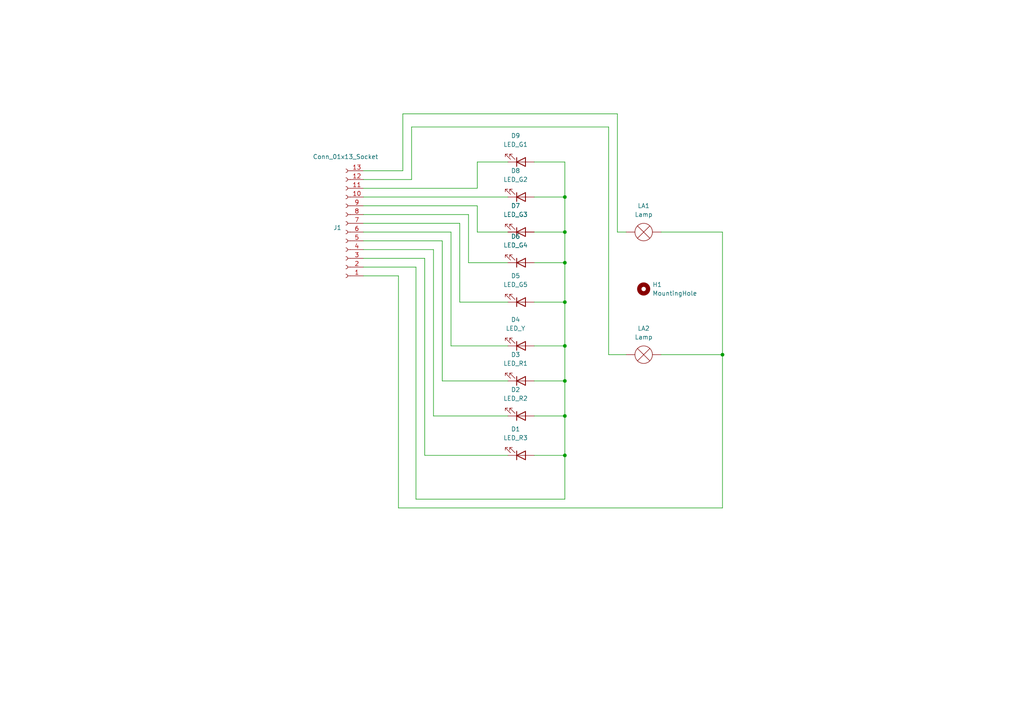
<source format=kicad_sch>
(kicad_sch
	(version 20231120)
	(generator "eeschema")
	(generator_version "8.0")
	(uuid "28701a9c-d23d-46df-8581-995298ac6e43")
	(paper "A4")
	(lib_symbols
		(symbol "Connector:Conn_01x13_Socket"
			(pin_names
				(offset 1.016) hide)
			(exclude_from_sim no)
			(in_bom yes)
			(on_board yes)
			(property "Reference" "J1"
				(at 1.27 1.2701 0)
				(effects
					(font
						(size 1.27 1.27)
					)
					(justify left)
				)
			)
			(property "Value" "Conn_01x13_Socket"
				(at -9.398 -19.304 0)
				(effects
					(font
						(size 1.27 1.27)
					)
					(justify left)
				)
			)
			(property "Footprint" "Connector_PinSocket_2.54mm:PinSocket_1x13_P2.54mm_Horizontal"
				(at -5.588 22.86 0)
				(effects
					(font
						(size 1.27 1.27)
					)
					(hide yes)
				)
			)
			(property "Datasheet" "~"
				(at 0 0 0)
				(effects
					(font
						(size 1.27 1.27)
					)
					(hide yes)
				)
			)
			(property "Description" "Generic connector, single row, 01x13, script generated"
				(at -4.572 20.066 0)
				(effects
					(font
						(size 1.27 1.27)
					)
					(hide yes)
				)
			)
			(property "ki_locked" ""
				(at 0 0 0)
				(effects
					(font
						(size 1.27 1.27)
					)
				)
			)
			(property "ki_keywords" "connector"
				(at 0 0 0)
				(effects
					(font
						(size 1.27 1.27)
					)
					(hide yes)
				)
			)
			(property "ki_fp_filters" "Connector*:*_1x??_*"
				(at 0 0 0)
				(effects
					(font
						(size 1.27 1.27)
					)
					(hide yes)
				)
			)
			(symbol "Conn_01x13_Socket_1_1"
				(arc
					(start 0 -14.732)
					(mid -0.5058 -15.24)
					(end 0 -15.748)
					(stroke
						(width 0.1524)
						(type default)
					)
					(fill
						(type none)
					)
				)
				(arc
					(start 0 -12.192)
					(mid -0.5058 -12.7)
					(end 0 -13.208)
					(stroke
						(width 0.1524)
						(type default)
					)
					(fill
						(type none)
					)
				)
				(arc
					(start 0 -9.652)
					(mid -0.5058 -10.16)
					(end 0 -10.668)
					(stroke
						(width 0.1524)
						(type default)
					)
					(fill
						(type none)
					)
				)
				(arc
					(start 0 -7.112)
					(mid -0.5058 -7.62)
					(end 0 -8.128)
					(stroke
						(width 0.1524)
						(type default)
					)
					(fill
						(type none)
					)
				)
				(arc
					(start 0 -4.572)
					(mid -0.5058 -5.08)
					(end 0 -5.588)
					(stroke
						(width 0.1524)
						(type default)
					)
					(fill
						(type none)
					)
				)
				(arc
					(start 0 -2.032)
					(mid -0.5058 -2.54)
					(end 0 -3.048)
					(stroke
						(width 0.1524)
						(type default)
					)
					(fill
						(type none)
					)
				)
				(polyline
					(pts
						(xy -1.27 -15.24) (xy -0.508 -15.24)
					)
					(stroke
						(width 0.1524)
						(type default)
					)
					(fill
						(type none)
					)
				)
				(polyline
					(pts
						(xy -1.27 -12.7) (xy -0.508 -12.7)
					)
					(stroke
						(width 0.1524)
						(type default)
					)
					(fill
						(type none)
					)
				)
				(polyline
					(pts
						(xy -1.27 -10.16) (xy -0.508 -10.16)
					)
					(stroke
						(width 0.1524)
						(type default)
					)
					(fill
						(type none)
					)
				)
				(polyline
					(pts
						(xy -1.27 -7.62) (xy -0.508 -7.62)
					)
					(stroke
						(width 0.1524)
						(type default)
					)
					(fill
						(type none)
					)
				)
				(polyline
					(pts
						(xy -1.27 -5.08) (xy -0.508 -5.08)
					)
					(stroke
						(width 0.1524)
						(type default)
					)
					(fill
						(type none)
					)
				)
				(polyline
					(pts
						(xy -1.27 -2.54) (xy -0.508 -2.54)
					)
					(stroke
						(width 0.1524)
						(type default)
					)
					(fill
						(type none)
					)
				)
				(polyline
					(pts
						(xy -1.27 0) (xy -0.508 0)
					)
					(stroke
						(width 0.1524)
						(type default)
					)
					(fill
						(type none)
					)
				)
				(polyline
					(pts
						(xy -1.27 2.54) (xy -0.508 2.54)
					)
					(stroke
						(width 0.1524)
						(type default)
					)
					(fill
						(type none)
					)
				)
				(polyline
					(pts
						(xy -1.27 5.08) (xy -0.508 5.08)
					)
					(stroke
						(width 0.1524)
						(type default)
					)
					(fill
						(type none)
					)
				)
				(polyline
					(pts
						(xy -1.27 7.62) (xy -0.508 7.62)
					)
					(stroke
						(width 0.1524)
						(type default)
					)
					(fill
						(type none)
					)
				)
				(polyline
					(pts
						(xy -1.27 10.16) (xy -0.508 10.16)
					)
					(stroke
						(width 0.1524)
						(type default)
					)
					(fill
						(type none)
					)
				)
				(polyline
					(pts
						(xy -1.27 12.7) (xy -0.508 12.7)
					)
					(stroke
						(width 0.1524)
						(type default)
					)
					(fill
						(type none)
					)
				)
				(polyline
					(pts
						(xy -1.27 15.24) (xy -0.508 15.24)
					)
					(stroke
						(width 0.1524)
						(type default)
					)
					(fill
						(type none)
					)
				)
				(arc
					(start 0 0.508)
					(mid -0.5058 0)
					(end 0 -0.508)
					(stroke
						(width 0.1524)
						(type default)
					)
					(fill
						(type none)
					)
				)
				(arc
					(start 0 3.048)
					(mid -0.5058 2.54)
					(end 0 2.032)
					(stroke
						(width 0.1524)
						(type default)
					)
					(fill
						(type none)
					)
				)
				(arc
					(start 0 5.588)
					(mid -0.5058 5.08)
					(end 0 4.572)
					(stroke
						(width 0.1524)
						(type default)
					)
					(fill
						(type none)
					)
				)
				(arc
					(start 0 8.128)
					(mid -0.5058 7.62)
					(end 0 7.112)
					(stroke
						(width 0.1524)
						(type default)
					)
					(fill
						(type none)
					)
				)
				(arc
					(start 0 10.668)
					(mid -0.5058 10.16)
					(end 0 9.652)
					(stroke
						(width 0.1524)
						(type default)
					)
					(fill
						(type none)
					)
				)
				(arc
					(start 0 13.208)
					(mid -0.5058 12.7)
					(end 0 12.192)
					(stroke
						(width 0.1524)
						(type default)
					)
					(fill
						(type none)
					)
				)
				(arc
					(start 0 15.748)
					(mid -0.5058 15.24)
					(end 0 14.732)
					(stroke
						(width 0.1524)
						(type default)
					)
					(fill
						(type none)
					)
				)
				(pin passive line
					(at -5.08 15.24 0)
					(length 3.81)
					(name "GND_BULB"
						(effects
							(font
								(size 1.27 1.27)
							)
						)
					)
					(number "1"
						(effects
							(font
								(size 1.27 1.27)
							)
						)
					)
				)
				(pin passive line
					(at -5.08 -7.62 0)
					(length 3.81)
					(name "LED_G2"
						(effects
							(font
								(size 1.27 1.27)
							)
						)
					)
					(number "10"
						(effects
							(font
								(size 1.27 1.27)
							)
						)
					)
				)
				(pin passive line
					(at -5.08 -10.16 0)
					(length 3.81)
					(name "LED_G1"
						(effects
							(font
								(size 1.27 1.27)
							)
						)
					)
					(number "11"
						(effects
							(font
								(size 1.27 1.27)
							)
						)
					)
				)
				(pin passive line
					(at -5.08 -12.7 0)
					(length 3.81)
					(name "BULB_INSPECTION"
						(effects
							(font
								(size 1.27 1.27)
							)
						)
					)
					(number "12"
						(effects
							(font
								(size 1.27 1.27)
							)
						)
					)
				)
				(pin passive line
					(at -5.08 -15.24 0)
					(length 3.81)
					(name "BULB_OILSERVICE"
						(effects
							(font
								(size 1.27 1.27)
							)
						)
					)
					(number "13"
						(effects
							(font
								(size 1.27 1.27)
							)
						)
					)
				)
				(pin passive line
					(at -5.08 12.7 0)
					(length 3.81)
					(name "GND_LED"
						(effects
							(font
								(size 1.27 1.27)
							)
						)
					)
					(number "2"
						(effects
							(font
								(size 1.27 1.27)
							)
						)
					)
				)
				(pin passive line
					(at -5.08 10.16 0)
					(length 3.81)
					(name "LED_R3"
						(effects
							(font
								(size 1.27 1.27)
							)
						)
					)
					(number "3"
						(effects
							(font
								(size 1.27 1.27)
							)
						)
					)
				)
				(pin passive line
					(at -5.08 7.62 0)
					(length 3.81)
					(name "LED_R2"
						(effects
							(font
								(size 1.27 1.27)
							)
						)
					)
					(number "4"
						(effects
							(font
								(size 1.27 1.27)
							)
						)
					)
				)
				(pin passive line
					(at -5.08 5.08 0)
					(length 3.81)
					(name "LED_R1"
						(effects
							(font
								(size 1.27 1.27)
							)
						)
					)
					(number "5"
						(effects
							(font
								(size 1.27 1.27)
							)
						)
					)
				)
				(pin passive line
					(at -5.08 2.54 0)
					(length 3.81)
					(name "LED_Y"
						(effects
							(font
								(size 1.27 1.27)
							)
						)
					)
					(number "6"
						(effects
							(font
								(size 1.27 1.27)
							)
						)
					)
				)
				(pin passive line
					(at -5.08 0 0)
					(length 3.81)
					(name "LED_G5"
						(effects
							(font
								(size 1.27 1.27)
							)
						)
					)
					(number "7"
						(effects
							(font
								(size 1.27 1.27)
							)
						)
					)
				)
				(pin passive line
					(at -5.08 -2.54 0)
					(length 3.81)
					(name "LED_G4"
						(effects
							(font
								(size 1.27 1.27)
							)
						)
					)
					(number "8"
						(effects
							(font
								(size 1.27 1.27)
							)
						)
					)
				)
				(pin passive line
					(at -5.08 -5.08 0)
					(length 3.81)
					(name "LED_G3"
						(effects
							(font
								(size 1.27 1.27)
							)
						)
					)
					(number "9"
						(effects
							(font
								(size 1.27 1.27)
							)
						)
					)
				)
			)
		)
		(symbol "Device:LED"
			(pin_numbers hide)
			(pin_names
				(offset 1.016) hide)
			(exclude_from_sim no)
			(in_bom yes)
			(on_board yes)
			(property "Reference" "D"
				(at 0 2.54 0)
				(effects
					(font
						(size 1.27 1.27)
					)
				)
			)
			(property "Value" "LED"
				(at 0 -2.54 0)
				(effects
					(font
						(size 1.27 1.27)
					)
				)
			)
			(property "Footprint" ""
				(at 0 0 0)
				(effects
					(font
						(size 1.27 1.27)
					)
					(hide yes)
				)
			)
			(property "Datasheet" "~"
				(at 0 0 0)
				(effects
					(font
						(size 1.27 1.27)
					)
					(hide yes)
				)
			)
			(property "Description" "Light emitting diode"
				(at 0 0 0)
				(effects
					(font
						(size 1.27 1.27)
					)
					(hide yes)
				)
			)
			(property "ki_keywords" "LED diode"
				(at 0 0 0)
				(effects
					(font
						(size 1.27 1.27)
					)
					(hide yes)
				)
			)
			(property "ki_fp_filters" "LED* LED_SMD:* LED_THT:*"
				(at 0 0 0)
				(effects
					(font
						(size 1.27 1.27)
					)
					(hide yes)
				)
			)
			(symbol "LED_0_1"
				(polyline
					(pts
						(xy -1.27 -1.27) (xy -1.27 1.27)
					)
					(stroke
						(width 0.254)
						(type default)
					)
					(fill
						(type none)
					)
				)
				(polyline
					(pts
						(xy -1.27 0) (xy 1.27 0)
					)
					(stroke
						(width 0)
						(type default)
					)
					(fill
						(type none)
					)
				)
				(polyline
					(pts
						(xy 1.27 -1.27) (xy 1.27 1.27) (xy -1.27 0) (xy 1.27 -1.27)
					)
					(stroke
						(width 0.254)
						(type default)
					)
					(fill
						(type none)
					)
				)
				(polyline
					(pts
						(xy -3.048 -0.762) (xy -4.572 -2.286) (xy -3.81 -2.286) (xy -4.572 -2.286) (xy -4.572 -1.524)
					)
					(stroke
						(width 0)
						(type default)
					)
					(fill
						(type none)
					)
				)
				(polyline
					(pts
						(xy -1.778 -0.762) (xy -3.302 -2.286) (xy -2.54 -2.286) (xy -3.302 -2.286) (xy -3.302 -1.524)
					)
					(stroke
						(width 0)
						(type default)
					)
					(fill
						(type none)
					)
				)
			)
			(symbol "LED_1_1"
				(pin passive line
					(at -3.81 0 0)
					(length 2.54)
					(name "K"
						(effects
							(font
								(size 1.27 1.27)
							)
						)
					)
					(number "1"
						(effects
							(font
								(size 1.27 1.27)
							)
						)
					)
				)
				(pin passive line
					(at 3.81 0 180)
					(length 2.54)
					(name "A"
						(effects
							(font
								(size 1.27 1.27)
							)
						)
					)
					(number "2"
						(effects
							(font
								(size 1.27 1.27)
							)
						)
					)
				)
			)
		)
		(symbol "Device:Lamp"
			(pin_numbers hide)
			(pin_names
				(offset 0.0254) hide)
			(exclude_from_sim no)
			(in_bom yes)
			(on_board yes)
			(property "Reference" "LA"
				(at 0.635 3.81 0)
				(effects
					(font
						(size 1.27 1.27)
					)
					(justify left)
				)
			)
			(property "Value" "Lamp"
				(at 0.635 -3.81 0)
				(effects
					(font
						(size 1.27 1.27)
					)
					(justify left)
				)
			)
			(property "Footprint" ""
				(at 0 2.54 90)
				(effects
					(font
						(size 1.27 1.27)
					)
					(hide yes)
				)
			)
			(property "Datasheet" "~"
				(at 0 2.54 90)
				(effects
					(font
						(size 1.27 1.27)
					)
					(hide yes)
				)
			)
			(property "Description" "Lamp"
				(at 0 0 0)
				(effects
					(font
						(size 1.27 1.27)
					)
					(hide yes)
				)
			)
			(property "ki_keywords" "lamp"
				(at 0 0 0)
				(effects
					(font
						(size 1.27 1.27)
					)
					(hide yes)
				)
			)
			(symbol "Lamp_0_1"
				(polyline
					(pts
						(xy -1.778 1.778) (xy 1.778 -1.778)
					)
					(stroke
						(width 0)
						(type default)
					)
					(fill
						(type none)
					)
				)
				(polyline
					(pts
						(xy 1.778 1.778) (xy -1.778 -1.778)
					)
					(stroke
						(width 0)
						(type default)
					)
					(fill
						(type none)
					)
				)
				(circle
					(center 0 0)
					(radius 2.54)
					(stroke
						(width 0)
						(type default)
					)
					(fill
						(type none)
					)
				)
			)
			(symbol "Lamp_1_1"
				(pin passive line
					(at 0 -5.08 90)
					(length 2.54)
					(name "-"
						(effects
							(font
								(size 1.27 1.27)
							)
						)
					)
					(number "1"
						(effects
							(font
								(size 1.27 1.27)
							)
						)
					)
				)
				(pin passive line
					(at 0 5.08 270)
					(length 2.54)
					(name "+"
						(effects
							(font
								(size 1.27 1.27)
							)
						)
					)
					(number "2"
						(effects
							(font
								(size 1.27 1.27)
							)
						)
					)
				)
			)
		)
		(symbol "Mechanical:MountingHole"
			(pin_names
				(offset 1.016)
			)
			(exclude_from_sim yes)
			(in_bom no)
			(on_board yes)
			(property "Reference" "H"
				(at 0 5.08 0)
				(effects
					(font
						(size 1.27 1.27)
					)
				)
			)
			(property "Value" "MountingHole"
				(at 0 3.175 0)
				(effects
					(font
						(size 1.27 1.27)
					)
				)
			)
			(property "Footprint" ""
				(at 0 0 0)
				(effects
					(font
						(size 1.27 1.27)
					)
					(hide yes)
				)
			)
			(property "Datasheet" "~"
				(at 0 0 0)
				(effects
					(font
						(size 1.27 1.27)
					)
					(hide yes)
				)
			)
			(property "Description" "Mounting Hole without connection"
				(at 0 0 0)
				(effects
					(font
						(size 1.27 1.27)
					)
					(hide yes)
				)
			)
			(property "ki_keywords" "mounting hole"
				(at 0 0 0)
				(effects
					(font
						(size 1.27 1.27)
					)
					(hide yes)
				)
			)
			(property "ki_fp_filters" "MountingHole*"
				(at 0 0 0)
				(effects
					(font
						(size 1.27 1.27)
					)
					(hide yes)
				)
			)
			(symbol "MountingHole_0_1"
				(circle
					(center 0 0)
					(radius 1.27)
					(stroke
						(width 1.27)
						(type default)
					)
					(fill
						(type none)
					)
				)
			)
		)
	)
	(junction
		(at 209.55 102.87)
		(diameter 0)
		(color 0 0 0 0)
		(uuid "01e77aac-425d-4f22-8a7d-e5590a9975c1")
	)
	(junction
		(at 163.83 110.49)
		(diameter 0)
		(color 0 0 0 0)
		(uuid "0c5d28ec-faef-4b31-8074-06836b5c3b1f")
	)
	(junction
		(at 163.83 87.63)
		(diameter 0)
		(color 0 0 0 0)
		(uuid "1fa4cf51-3268-4613-bcc6-732733704f3c")
	)
	(junction
		(at 163.83 120.65)
		(diameter 0)
		(color 0 0 0 0)
		(uuid "5d94c471-88f4-4175-b04e-209cf60b1fe5")
	)
	(junction
		(at 163.83 57.15)
		(diameter 0)
		(color 0 0 0 0)
		(uuid "67b56741-512a-4cfe-b1c5-f33db27a97a1")
	)
	(junction
		(at 163.83 100.33)
		(diameter 0)
		(color 0 0 0 0)
		(uuid "8158bcce-b27b-4907-b8b7-a57cc59e5325")
	)
	(junction
		(at 163.83 76.2)
		(diameter 0)
		(color 0 0 0 0)
		(uuid "98b316ff-d0e1-4d43-b085-09efdbbdfe08")
	)
	(junction
		(at 163.83 132.08)
		(diameter 0)
		(color 0 0 0 0)
		(uuid "b887fa28-bec7-4cc0-966f-95d0d3fdb843")
	)
	(junction
		(at 163.83 67.31)
		(diameter 0)
		(color 0 0 0 0)
		(uuid "d71e5686-841a-4a88-864f-755247f8283a")
	)
	(wire
		(pts
			(xy 154.94 46.99) (xy 163.83 46.99)
		)
		(stroke
			(width 0)
			(type default)
		)
		(uuid "0187928d-84b8-40fa-ac38-4c0f5a19d9b6")
	)
	(wire
		(pts
			(xy 115.57 147.32) (xy 209.55 147.32)
		)
		(stroke
			(width 0)
			(type default)
		)
		(uuid "0d60e459-c697-4c99-956a-d2a6d222be0c")
	)
	(wire
		(pts
			(xy 191.77 67.31) (xy 209.55 67.31)
		)
		(stroke
			(width 0)
			(type default)
		)
		(uuid "1363e373-c095-4dd7-a1ac-2ab64359e91a")
	)
	(wire
		(pts
			(xy 105.41 62.23) (xy 135.89 62.23)
		)
		(stroke
			(width 0)
			(type default)
		)
		(uuid "25866954-0d5a-4986-85da-2784d566716b")
	)
	(wire
		(pts
			(xy 105.41 67.31) (xy 130.81 67.31)
		)
		(stroke
			(width 0)
			(type default)
		)
		(uuid "26175183-f9ef-4785-bdb5-08eecb810559")
	)
	(wire
		(pts
			(xy 163.83 87.63) (xy 163.83 76.2)
		)
		(stroke
			(width 0)
			(type default)
		)
		(uuid "26f68217-a779-4b9f-8520-9636d370ce48")
	)
	(wire
		(pts
			(xy 105.41 69.85) (xy 128.27 69.85)
		)
		(stroke
			(width 0)
			(type default)
		)
		(uuid "28dec619-61b4-4f77-a84b-deaeb020cb2c")
	)
	(wire
		(pts
			(xy 105.41 52.07) (xy 119.38 52.07)
		)
		(stroke
			(width 0)
			(type default)
		)
		(uuid "2ba1d81f-0c37-4bd4-ad37-2d0ef146b6ed")
	)
	(wire
		(pts
			(xy 105.41 54.61) (xy 138.43 54.61)
		)
		(stroke
			(width 0)
			(type default)
		)
		(uuid "2c6319fe-b573-4246-ac16-cd961d198333")
	)
	(wire
		(pts
			(xy 154.94 100.33) (xy 163.83 100.33)
		)
		(stroke
			(width 0)
			(type default)
		)
		(uuid "348a1c49-270f-44e1-ba9a-7670c8c0ee09")
	)
	(wire
		(pts
			(xy 163.83 67.31) (xy 163.83 57.15)
		)
		(stroke
			(width 0)
			(type default)
		)
		(uuid "3b7b7a89-3edc-45ee-bf45-5bc1c08728ef")
	)
	(wire
		(pts
			(xy 138.43 54.61) (xy 138.43 46.99)
		)
		(stroke
			(width 0)
			(type default)
		)
		(uuid "3ea8b653-88b0-452e-9e3c-3261eedd033c")
	)
	(wire
		(pts
			(xy 105.41 49.53) (xy 116.84 49.53)
		)
		(stroke
			(width 0)
			(type default)
		)
		(uuid "40d75380-c539-4a50-aa3d-a01f5ba02bc2")
	)
	(wire
		(pts
			(xy 130.81 100.33) (xy 147.32 100.33)
		)
		(stroke
			(width 0)
			(type default)
		)
		(uuid "48719739-46cc-4707-ab56-0f9e3482bf1a")
	)
	(wire
		(pts
			(xy 123.19 132.08) (xy 147.32 132.08)
		)
		(stroke
			(width 0)
			(type default)
		)
		(uuid "49b6659b-3bab-4580-8501-ecea11db221b")
	)
	(wire
		(pts
			(xy 130.81 67.31) (xy 130.81 100.33)
		)
		(stroke
			(width 0)
			(type default)
		)
		(uuid "5193b852-0e91-4247-9f94-942bdcd7c439")
	)
	(wire
		(pts
			(xy 154.94 132.08) (xy 163.83 132.08)
		)
		(stroke
			(width 0)
			(type default)
		)
		(uuid "566582f5-8a66-4bbd-8a27-af8835e1435d")
	)
	(wire
		(pts
			(xy 105.41 72.39) (xy 125.73 72.39)
		)
		(stroke
			(width 0)
			(type default)
		)
		(uuid "56d72c7b-02c6-4254-8a21-524f2c16a196")
	)
	(wire
		(pts
			(xy 135.89 62.23) (xy 135.89 76.2)
		)
		(stroke
			(width 0)
			(type default)
		)
		(uuid "5db2cc3a-6150-43c5-911f-d87aa5d2b666")
	)
	(wire
		(pts
			(xy 163.83 132.08) (xy 163.83 120.65)
		)
		(stroke
			(width 0)
			(type default)
		)
		(uuid "5e8ea94a-0bf3-40ef-85e8-381425275b36")
	)
	(wire
		(pts
			(xy 191.77 102.87) (xy 209.55 102.87)
		)
		(stroke
			(width 0)
			(type default)
		)
		(uuid "6c2de2fe-f48a-469b-9668-378e8bd172a9")
	)
	(wire
		(pts
			(xy 138.43 46.99) (xy 147.32 46.99)
		)
		(stroke
			(width 0)
			(type default)
		)
		(uuid "6ed23116-04de-43b7-bb81-e8757400cb2a")
	)
	(wire
		(pts
			(xy 125.73 120.65) (xy 147.32 120.65)
		)
		(stroke
			(width 0)
			(type default)
		)
		(uuid "703a2a03-2d1c-4442-bac6-9f99ba4fd1b9")
	)
	(wire
		(pts
			(xy 105.41 74.93) (xy 123.19 74.93)
		)
		(stroke
			(width 0)
			(type default)
		)
		(uuid "713a8d68-2252-4ee2-afba-09c4342c1d8b")
	)
	(wire
		(pts
			(xy 209.55 102.87) (xy 209.55 67.31)
		)
		(stroke
			(width 0)
			(type default)
		)
		(uuid "727a7298-acef-41f5-851d-76b1a114d39b")
	)
	(wire
		(pts
			(xy 154.94 87.63) (xy 163.83 87.63)
		)
		(stroke
			(width 0)
			(type default)
		)
		(uuid "7370d48e-b832-4c25-9618-446a0ee168b8")
	)
	(wire
		(pts
			(xy 179.07 67.31) (xy 181.61 67.31)
		)
		(stroke
			(width 0)
			(type default)
		)
		(uuid "7e6d012b-67c8-4fd0-98d2-86894d91e96c")
	)
	(wire
		(pts
			(xy 209.55 147.32) (xy 209.55 102.87)
		)
		(stroke
			(width 0)
			(type default)
		)
		(uuid "829637f1-4b3d-450a-b5d1-55e5c5071aa0")
	)
	(wire
		(pts
			(xy 128.27 110.49) (xy 147.32 110.49)
		)
		(stroke
			(width 0)
			(type default)
		)
		(uuid "86d94721-c2e4-4e5d-b12a-8d3d66aa6912")
	)
	(wire
		(pts
			(xy 105.41 59.69) (xy 138.43 59.69)
		)
		(stroke
			(width 0)
			(type default)
		)
		(uuid "8bd42c83-c7c5-4f89-9d38-237abeb4b00e")
	)
	(wire
		(pts
			(xy 116.84 33.02) (xy 179.07 33.02)
		)
		(stroke
			(width 0)
			(type default)
		)
		(uuid "8f44a566-3a28-4415-9b15-582077525f65")
	)
	(wire
		(pts
			(xy 105.41 57.15) (xy 147.32 57.15)
		)
		(stroke
			(width 0)
			(type default)
		)
		(uuid "90c97833-3271-4b92-9303-fadf24374d03")
	)
	(wire
		(pts
			(xy 176.53 36.83) (xy 176.53 102.87)
		)
		(stroke
			(width 0)
			(type default)
		)
		(uuid "9171c46a-ebc1-4e23-a308-9b191e14f195")
	)
	(wire
		(pts
			(xy 163.83 57.15) (xy 163.83 46.99)
		)
		(stroke
			(width 0)
			(type default)
		)
		(uuid "93711c58-0737-4eaf-883f-3e65aced6225")
	)
	(wire
		(pts
			(xy 154.94 76.2) (xy 163.83 76.2)
		)
		(stroke
			(width 0)
			(type default)
		)
		(uuid "9889b8b6-f357-4401-8136-25c38f7168ff")
	)
	(wire
		(pts
			(xy 105.41 80.01) (xy 115.57 80.01)
		)
		(stroke
			(width 0)
			(type default)
		)
		(uuid "9f573c0f-fa4a-4eb2-83d5-53350603ae13")
	)
	(wire
		(pts
			(xy 116.84 33.02) (xy 116.84 49.53)
		)
		(stroke
			(width 0)
			(type default)
		)
		(uuid "a02eb3d4-b4d4-41bf-9742-a91c409b2f3e")
	)
	(wire
		(pts
			(xy 138.43 59.69) (xy 138.43 67.31)
		)
		(stroke
			(width 0)
			(type default)
		)
		(uuid "a16032c8-f41e-426f-ba95-08a2468ab42b")
	)
	(wire
		(pts
			(xy 163.83 76.2) (xy 163.83 67.31)
		)
		(stroke
			(width 0)
			(type default)
		)
		(uuid "a20b6540-49ed-4420-b6b7-754e1b67d833")
	)
	(wire
		(pts
			(xy 154.94 120.65) (xy 163.83 120.65)
		)
		(stroke
			(width 0)
			(type default)
		)
		(uuid "a72c3236-8e81-4be9-ad2c-536c1c758b1d")
	)
	(wire
		(pts
			(xy 163.83 100.33) (xy 163.83 87.63)
		)
		(stroke
			(width 0)
			(type default)
		)
		(uuid "ab9ce2ee-4c4b-4025-8316-94fd752971cd")
	)
	(wire
		(pts
			(xy 154.94 67.31) (xy 163.83 67.31)
		)
		(stroke
			(width 0)
			(type default)
		)
		(uuid "b2846dcf-8786-4338-a526-08b90c2cf993")
	)
	(wire
		(pts
			(xy 138.43 67.31) (xy 147.32 67.31)
		)
		(stroke
			(width 0)
			(type default)
		)
		(uuid "b2991807-87ef-4654-b2f1-4f5539f93b06")
	)
	(wire
		(pts
			(xy 125.73 72.39) (xy 125.73 120.65)
		)
		(stroke
			(width 0)
			(type default)
		)
		(uuid "b54f7e47-8a11-4ef3-9be4-0e15661808a5")
	)
	(wire
		(pts
			(xy 135.89 76.2) (xy 147.32 76.2)
		)
		(stroke
			(width 0)
			(type default)
		)
		(uuid "b6701612-4ea3-425f-be98-873a2cf02453")
	)
	(wire
		(pts
			(xy 154.94 110.49) (xy 163.83 110.49)
		)
		(stroke
			(width 0)
			(type default)
		)
		(uuid "b93342fe-60a4-4d89-8fbb-4a2c2ccd310c")
	)
	(wire
		(pts
			(xy 154.94 57.15) (xy 163.83 57.15)
		)
		(stroke
			(width 0)
			(type default)
		)
		(uuid "bae738e2-ea9d-41a8-9921-09a7c42e2dbb")
	)
	(wire
		(pts
			(xy 133.35 64.77) (xy 133.35 87.63)
		)
		(stroke
			(width 0)
			(type default)
		)
		(uuid "bf6502e1-2168-433a-9017-33404e2b6db7")
	)
	(wire
		(pts
			(xy 176.53 102.87) (xy 181.61 102.87)
		)
		(stroke
			(width 0)
			(type default)
		)
		(uuid "c0c31ee0-d52b-4091-ba5d-8744154989b2")
	)
	(wire
		(pts
			(xy 120.65 144.78) (xy 163.83 144.78)
		)
		(stroke
			(width 0)
			(type default)
		)
		(uuid "c1fe71a4-2c0f-41c3-b1c5-c787c6a0d7bb")
	)
	(wire
		(pts
			(xy 179.07 33.02) (xy 179.07 67.31)
		)
		(stroke
			(width 0)
			(type default)
		)
		(uuid "c6c8bf5f-5922-4a74-90fe-d5fccb3b73cc")
	)
	(wire
		(pts
			(xy 123.19 74.93) (xy 123.19 132.08)
		)
		(stroke
			(width 0)
			(type default)
		)
		(uuid "cf3ac623-0bd6-4952-986a-ba5b646ad4d6")
	)
	(wire
		(pts
			(xy 120.65 77.47) (xy 120.65 144.78)
		)
		(stroke
			(width 0)
			(type default)
		)
		(uuid "d0a5e7a1-e2bf-4668-a9d2-dc403f3b0862")
	)
	(wire
		(pts
			(xy 163.83 110.49) (xy 163.83 100.33)
		)
		(stroke
			(width 0)
			(type default)
		)
		(uuid "e2e97361-be09-4e47-a92e-e90f18a6f638")
	)
	(wire
		(pts
			(xy 105.41 77.47) (xy 120.65 77.47)
		)
		(stroke
			(width 0)
			(type default)
		)
		(uuid "e749ca52-6f4f-4924-b7b0-412f2050b280")
	)
	(wire
		(pts
			(xy 163.83 144.78) (xy 163.83 132.08)
		)
		(stroke
			(width 0)
			(type default)
		)
		(uuid "e98c4db4-c698-40f4-8f62-0af3557313ea")
	)
	(wire
		(pts
			(xy 119.38 36.83) (xy 176.53 36.83)
		)
		(stroke
			(width 0)
			(type default)
		)
		(uuid "efdcb343-fd0c-4ef6-916f-6a291d0cb16e")
	)
	(wire
		(pts
			(xy 119.38 52.07) (xy 119.38 36.83)
		)
		(stroke
			(width 0)
			(type default)
		)
		(uuid "f2f4c849-62e5-4c21-867d-e6c67e3b9499")
	)
	(wire
		(pts
			(xy 133.35 87.63) (xy 147.32 87.63)
		)
		(stroke
			(width 0)
			(type default)
		)
		(uuid "f39bd294-09c7-4a2e-8a3e-f458e719b433")
	)
	(wire
		(pts
			(xy 163.83 120.65) (xy 163.83 110.49)
		)
		(stroke
			(width 0)
			(type default)
		)
		(uuid "f75c4341-23f7-49e4-8cb2-309785cd3bed")
	)
	(wire
		(pts
			(xy 115.57 80.01) (xy 115.57 147.32)
		)
		(stroke
			(width 0)
			(type default)
		)
		(uuid "f7e9f36d-ae7b-4917-8a6a-e1e0bed34655")
	)
	(wire
		(pts
			(xy 128.27 69.85) (xy 128.27 110.49)
		)
		(stroke
			(width 0)
			(type default)
		)
		(uuid "f9e147c1-2bf2-4021-b395-40fda65c5bc1")
	)
	(wire
		(pts
			(xy 105.41 64.77) (xy 133.35 64.77)
		)
		(stroke
			(width 0)
			(type default)
		)
		(uuid "fd0cd2ff-3946-4652-b900-9f022ecc872d")
	)
	(symbol
		(lib_id "Device:LED")
		(at 151.13 110.49 0)
		(mirror x)
		(unit 1)
		(exclude_from_sim no)
		(in_bom yes)
		(on_board yes)
		(dnp no)
		(fields_autoplaced yes)
		(uuid "16d4a8a6-0de5-4156-aea6-9722f2b7d08a")
		(property "Reference" "D3"
			(at 149.5425 102.87 0)
			(effects
				(font
					(size 1.27 1.27)
				)
			)
		)
		(property "Value" "LED_R1"
			(at 149.5425 105.41 0)
			(effects
				(font
					(size 1.27 1.27)
				)
			)
		)
		(property "Footprint" "LED_THT:LED_D3.0mm"
			(at 151.13 110.49 0)
			(effects
				(font
					(size 1.27 1.27)
				)
				(hide yes)
			)
		)
		(property "Datasheet" "~"
			(at 151.13 110.49 0)
			(effects
				(font
					(size 1.27 1.27)
				)
				(hide yes)
			)
		)
		(property "Description" "Light emitting diode"
			(at 151.13 110.49 0)
			(effects
				(font
					(size 1.27 1.27)
				)
				(hide yes)
			)
		)
		(pin "2"
			(uuid "ad266eaa-0548-4375-9e7e-638f1637a13b")
		)
		(pin "1"
			(uuid "98598a18-c22f-4a07-a6dd-f6304402e687")
		)
		(instances
			(project "BMW E30 VFL SI Indicator"
				(path "/28701a9c-d23d-46df-8581-995298ac6e43"
					(reference "D3")
					(unit 1)
				)
			)
		)
	)
	(symbol
		(lib_id "Device:LED")
		(at 151.13 76.2 0)
		(mirror x)
		(unit 1)
		(exclude_from_sim no)
		(in_bom yes)
		(on_board yes)
		(dnp no)
		(fields_autoplaced yes)
		(uuid "406a5d27-9a30-4096-882a-399a0dfcfc20")
		(property "Reference" "D6"
			(at 149.5425 68.58 0)
			(effects
				(font
					(size 1.27 1.27)
				)
			)
		)
		(property "Value" "LED_G4"
			(at 149.5425 71.12 0)
			(effects
				(font
					(size 1.27 1.27)
				)
			)
		)
		(property "Footprint" "LED_THT:LED_D3.0mm"
			(at 151.13 76.2 0)
			(effects
				(font
					(size 1.27 1.27)
				)
				(hide yes)
			)
		)
		(property "Datasheet" "~"
			(at 151.13 76.2 0)
			(effects
				(font
					(size 1.27 1.27)
				)
				(hide yes)
			)
		)
		(property "Description" "Light emitting diode"
			(at 151.13 76.2 0)
			(effects
				(font
					(size 1.27 1.27)
				)
				(hide yes)
			)
		)
		(pin "2"
			(uuid "337fcad3-d2ca-4375-81bb-fa466fc594c6")
		)
		(pin "1"
			(uuid "bec5fde6-c3c4-4dc6-aaf5-6cf6d0781842")
		)
		(instances
			(project "BMW E30 VFL SI Indicator"
				(path "/28701a9c-d23d-46df-8581-995298ac6e43"
					(reference "D6")
					(unit 1)
				)
			)
		)
	)
	(symbol
		(lib_id "Device:LED")
		(at 151.13 132.08 0)
		(mirror x)
		(unit 1)
		(exclude_from_sim no)
		(in_bom yes)
		(on_board yes)
		(dnp no)
		(fields_autoplaced yes)
		(uuid "5f1a7879-6ca3-4bda-a05e-e4de132b56f1")
		(property "Reference" "D1"
			(at 149.5425 124.46 0)
			(effects
				(font
					(size 1.27 1.27)
				)
			)
		)
		(property "Value" "LED_R3"
			(at 149.5425 127 0)
			(effects
				(font
					(size 1.27 1.27)
				)
			)
		)
		(property "Footprint" "LED_THT:LED_D3.0mm"
			(at 151.13 132.08 0)
			(effects
				(font
					(size 1.27 1.27)
				)
				(hide yes)
			)
		)
		(property "Datasheet" "~"
			(at 151.13 132.08 0)
			(effects
				(font
					(size 1.27 1.27)
				)
				(hide yes)
			)
		)
		(property "Description" "Light emitting diode"
			(at 151.13 132.08 0)
			(effects
				(font
					(size 1.27 1.27)
				)
				(hide yes)
			)
		)
		(pin "2"
			(uuid "0f19776a-48d8-4ab6-a9b8-20ad47dd19dc")
		)
		(pin "1"
			(uuid "8c9a11c8-37bb-4e94-8698-7bfda4b1e42b")
		)
		(instances
			(project "BMW E30 VFL SI Indicator"
				(path "/28701a9c-d23d-46df-8581-995298ac6e43"
					(reference "D1")
					(unit 1)
				)
			)
		)
	)
	(symbol
		(lib_id "Mechanical:MountingHole")
		(at 186.69 83.82 0)
		(unit 1)
		(exclude_from_sim yes)
		(in_bom no)
		(on_board yes)
		(dnp no)
		(fields_autoplaced yes)
		(uuid "68e745eb-9e2e-43f8-8860-85d7fa86c648")
		(property "Reference" "H1"
			(at 189.23 82.5499 0)
			(effects
				(font
					(size 1.27 1.27)
				)
				(justify left)
			)
		)
		(property "Value" "MountingHole"
			(at 189.23 85.0899 0)
			(effects
				(font
					(size 1.27 1.27)
				)
				(justify left)
			)
		)
		(property "Footprint" "MountingHole:MountingHole_5.5mm"
			(at 186.69 83.82 0)
			(effects
				(font
					(size 1.27 1.27)
				)
				(hide yes)
			)
		)
		(property "Datasheet" "~"
			(at 186.69 83.82 0)
			(effects
				(font
					(size 1.27 1.27)
				)
				(hide yes)
			)
		)
		(property "Description" "Mounting Hole without connection"
			(at 186.69 83.82 0)
			(effects
				(font
					(size 1.27 1.27)
				)
				(hide yes)
			)
		)
		(instances
			(project "BMW E30 VFL SI Indicator"
				(path "/28701a9c-d23d-46df-8581-995298ac6e43"
					(reference "H1")
					(unit 1)
				)
			)
		)
	)
	(symbol
		(lib_id "Device:LED")
		(at 151.13 67.31 0)
		(mirror x)
		(unit 1)
		(exclude_from_sim no)
		(in_bom yes)
		(on_board yes)
		(dnp no)
		(fields_autoplaced yes)
		(uuid "701fb81d-90c2-4837-942b-098cf0d26d6b")
		(property "Reference" "D7"
			(at 149.5425 59.69 0)
			(effects
				(font
					(size 1.27 1.27)
				)
			)
		)
		(property "Value" "LED_G3"
			(at 149.5425 62.23 0)
			(effects
				(font
					(size 1.27 1.27)
				)
			)
		)
		(property "Footprint" "LED_THT:LED_D3.0mm"
			(at 151.13 67.31 0)
			(effects
				(font
					(size 1.27 1.27)
				)
				(hide yes)
			)
		)
		(property "Datasheet" "~"
			(at 151.13 67.31 0)
			(effects
				(font
					(size 1.27 1.27)
				)
				(hide yes)
			)
		)
		(property "Description" "Light emitting diode"
			(at 151.13 67.31 0)
			(effects
				(font
					(size 1.27 1.27)
				)
				(hide yes)
			)
		)
		(pin "2"
			(uuid "45610630-00bd-42a5-bc8c-ca224809ac92")
		)
		(pin "1"
			(uuid "c16c1d43-e161-4e80-958d-9eff4154bdfd")
		)
		(instances
			(project "BMW E30 VFL SI Indicator"
				(path "/28701a9c-d23d-46df-8581-995298ac6e43"
					(reference "D7")
					(unit 1)
				)
			)
		)
	)
	(symbol
		(lib_id "Device:LED")
		(at 151.13 46.99 0)
		(mirror x)
		(unit 1)
		(exclude_from_sim no)
		(in_bom yes)
		(on_board yes)
		(dnp no)
		(fields_autoplaced yes)
		(uuid "808b733a-624b-469d-b675-98edf7fea587")
		(property "Reference" "D9"
			(at 149.5425 39.37 0)
			(effects
				(font
					(size 1.27 1.27)
				)
			)
		)
		(property "Value" "LED_G1"
			(at 149.5425 41.91 0)
			(effects
				(font
					(size 1.27 1.27)
				)
			)
		)
		(property "Footprint" "LED_THT:LED_D3.0mm"
			(at 151.13 46.99 0)
			(effects
				(font
					(size 1.27 1.27)
				)
				(hide yes)
			)
		)
		(property "Datasheet" "~"
			(at 151.13 46.99 0)
			(effects
				(font
					(size 1.27 1.27)
				)
				(hide yes)
			)
		)
		(property "Description" "Light emitting diode"
			(at 151.13 46.99 0)
			(effects
				(font
					(size 1.27 1.27)
				)
				(hide yes)
			)
		)
		(pin "2"
			(uuid "0dd98994-fe39-4d82-82ce-1f6563c81260")
		)
		(pin "1"
			(uuid "5b6ce2b2-0d5c-40b9-a98a-90c3a72a257b")
		)
		(instances
			(project "BMW E30 VFL SI Indicator"
				(path "/28701a9c-d23d-46df-8581-995298ac6e43"
					(reference "D9")
					(unit 1)
				)
			)
		)
	)
	(symbol
		(lib_id "Device:LED")
		(at 151.13 120.65 0)
		(mirror x)
		(unit 1)
		(exclude_from_sim no)
		(in_bom yes)
		(on_board yes)
		(dnp no)
		(fields_autoplaced yes)
		(uuid "add39d2f-c10e-436c-8678-d8573b1c61a4")
		(property "Reference" "D2"
			(at 149.5425 113.03 0)
			(effects
				(font
					(size 1.27 1.27)
				)
			)
		)
		(property "Value" "LED_R2"
			(at 149.5425 115.57 0)
			(effects
				(font
					(size 1.27 1.27)
				)
			)
		)
		(property "Footprint" "LED_THT:LED_D3.0mm"
			(at 151.13 120.65 0)
			(effects
				(font
					(size 1.27 1.27)
				)
				(hide yes)
			)
		)
		(property "Datasheet" "~"
			(at 151.13 120.65 0)
			(effects
				(font
					(size 1.27 1.27)
				)
				(hide yes)
			)
		)
		(property "Description" "Light emitting diode"
			(at 151.13 120.65 0)
			(effects
				(font
					(size 1.27 1.27)
				)
				(hide yes)
			)
		)
		(pin "2"
			(uuid "15637c6f-7303-4287-96ca-bd4f98b8c298")
		)
		(pin "1"
			(uuid "4a13e399-3e76-4e2d-9ed3-2ccce4965f65")
		)
		(instances
			(project "BMW E30 VFL SI Indicator"
				(path "/28701a9c-d23d-46df-8581-995298ac6e43"
					(reference "D2")
					(unit 1)
				)
			)
		)
	)
	(symbol
		(lib_id "Device:Lamp")
		(at 186.69 67.31 90)
		(unit 1)
		(exclude_from_sim no)
		(in_bom yes)
		(on_board yes)
		(dnp no)
		(fields_autoplaced yes)
		(uuid "bb4d1b40-0b71-4235-b779-6773816c2659")
		(property "Reference" "LA1"
			(at 186.69 59.69 90)
			(effects
				(font
					(size 1.27 1.27)
				)
			)
		)
		(property "Value" "Lamp"
			(at 186.69 62.23 90)
			(effects
				(font
					(size 1.27 1.27)
				)
			)
		)
		(property "Footprint" "Footprint_Library_Custom:Lamp_D4.0mm_Horizontal_O3.81mm_Z2.0mm"
			(at 184.15 67.31 90)
			(effects
				(font
					(size 1.27 1.27)
				)
				(hide yes)
			)
		)
		(property "Datasheet" "~"
			(at 184.15 67.31 90)
			(effects
				(font
					(size 1.27 1.27)
				)
				(hide yes)
			)
		)
		(property "Description" "Lamp"
			(at 186.69 67.31 0)
			(effects
				(font
					(size 1.27 1.27)
				)
				(hide yes)
			)
		)
		(pin "2"
			(uuid "353062c4-ec16-4792-9c3f-8e87a0bd50e2")
		)
		(pin "1"
			(uuid "6d13fe97-fb41-4d6a-847a-a9e5c47bb56e")
		)
		(instances
			(project "BMW E30 VFL SI Indicator"
				(path "/28701a9c-d23d-46df-8581-995298ac6e43"
					(reference "LA1")
					(unit 1)
				)
			)
		)
	)
	(symbol
		(lib_id "Device:Lamp")
		(at 186.69 102.87 270)
		(unit 1)
		(exclude_from_sim no)
		(in_bom yes)
		(on_board yes)
		(dnp no)
		(fields_autoplaced yes)
		(uuid "c5891a29-462e-4d6c-8b68-f28d74aa5ec5")
		(property "Reference" "LA2"
			(at 186.69 95.25 90)
			(effects
				(font
					(size 1.27 1.27)
				)
			)
		)
		(property "Value" "Lamp"
			(at 186.69 97.79 90)
			(effects
				(font
					(size 1.27 1.27)
				)
			)
		)
		(property "Footprint" "Footprint_Library_Custom:Lamp_D4.0mm_Horizontal_O3.81mm_Z2.0mm"
			(at 189.23 102.87 90)
			(effects
				(font
					(size 1.27 1.27)
				)
				(hide yes)
			)
		)
		(property "Datasheet" "~"
			(at 189.23 102.87 90)
			(effects
				(font
					(size 1.27 1.27)
				)
				(hide yes)
			)
		)
		(property "Description" "Lamp"
			(at 186.69 102.87 0)
			(effects
				(font
					(size 1.27 1.27)
				)
				(hide yes)
			)
		)
		(pin "2"
			(uuid "c6df75f6-0a6a-42f5-b18c-fd77d5bdde0c")
		)
		(pin "1"
			(uuid "96f067a4-ae0f-4c1f-9fe3-0fdbdd2b627c")
		)
		(instances
			(project "BMW E30 VFL SI Indicator"
				(path "/28701a9c-d23d-46df-8581-995298ac6e43"
					(reference "LA2")
					(unit 1)
				)
			)
		)
	)
	(symbol
		(lib_id "Connector:Conn_01x13_Socket")
		(at 100.33 64.77 180)
		(unit 1)
		(exclude_from_sim no)
		(in_bom yes)
		(on_board yes)
		(dnp no)
		(uuid "c83c0f3a-bcb5-4d17-9fb0-2b29ba5ca7b6")
		(property "Reference" "J1"
			(at 99.06 66.0401 0)
			(effects
				(font
					(size 1.27 1.27)
				)
				(justify left)
			)
		)
		(property "Value" "Conn_01x13_Socket"
			(at 109.728 45.466 0)
			(effects
				(font
					(size 1.27 1.27)
				)
				(justify left)
			)
		)
		(property "Footprint" "Connector_PinSocket_2.54mm:PinSocket_1x13_P2.54mm_Horizontal"
			(at 105.918 87.63 0)
			(effects
				(font
					(size 1.27 1.27)
				)
				(hide yes)
			)
		)
		(property "Datasheet" "~"
			(at 100.33 64.77 0)
			(effects
				(font
					(size 1.27 1.27)
				)
				(hide yes)
			)
		)
		(property "Description" "Generic connector, single row, 01x13, script generated"
			(at 104.902 84.836 0)
			(effects
				(font
					(size 1.27 1.27)
				)
				(hide yes)
			)
		)
		(pin "1"
			(uuid "96c2fa5b-3fb3-4826-8fec-5e2f247fcef9")
		)
		(pin "3"
			(uuid "30d54b7f-634a-4b24-a553-e5452bbf6fb0")
		)
		(pin "8"
			(uuid "3b6eae76-f1c1-4b60-be6b-5dd54e82e856")
		)
		(pin "5"
			(uuid "f3812121-8e76-4a2c-827e-e059d4cec4cb")
		)
		(pin "12"
			(uuid "42577fa5-a0da-4ec6-a2c5-6ae8ff32e090")
		)
		(pin "4"
			(uuid "8fdcc774-f754-48e2-8059-7839be45ee71")
		)
		(pin "2"
			(uuid "adba8eda-4ea7-4665-8061-7cae41ca06b9")
		)
		(pin "7"
			(uuid "6f19f6be-ecff-4d0d-9f2b-d46210d65b16")
		)
		(pin "13"
			(uuid "db53f867-d8c0-43ab-b55b-edf04617499f")
		)
		(pin "9"
			(uuid "86cfa1d8-0b58-420d-a916-fb7f776b34ff")
		)
		(pin "10"
			(uuid "06daa2f4-6c4b-44fc-9830-dcd0013897b4")
		)
		(pin "11"
			(uuid "6dc9dc6f-6cea-498f-b95d-d6249fa70c1f")
		)
		(pin "6"
			(uuid "2f13e582-a10e-409f-9321-e486c5ddc104")
		)
		(instances
			(project "BMW E30 VFL SI Indicator"
				(path "/28701a9c-d23d-46df-8581-995298ac6e43"
					(reference "J1")
					(unit 1)
				)
			)
		)
	)
	(symbol
		(lib_id "Device:LED")
		(at 151.13 87.63 0)
		(mirror x)
		(unit 1)
		(exclude_from_sim no)
		(in_bom yes)
		(on_board yes)
		(dnp no)
		(fields_autoplaced yes)
		(uuid "cf9321ef-a9e5-4d0a-b40d-cf9d48dc8dfd")
		(property "Reference" "D5"
			(at 149.5425 80.01 0)
			(effects
				(font
					(size 1.27 1.27)
				)
			)
		)
		(property "Value" "LED_G5"
			(at 149.5425 82.55 0)
			(effects
				(font
					(size 1.27 1.27)
				)
			)
		)
		(property "Footprint" "LED_THT:LED_D3.0mm"
			(at 151.13 87.63 0)
			(effects
				(font
					(size 1.27 1.27)
				)
				(hide yes)
			)
		)
		(property "Datasheet" "~"
			(at 151.13 87.63 0)
			(effects
				(font
					(size 1.27 1.27)
				)
				(hide yes)
			)
		)
		(property "Description" "Light emitting diode"
			(at 151.13 87.63 0)
			(effects
				(font
					(size 1.27 1.27)
				)
				(hide yes)
			)
		)
		(pin "2"
			(uuid "862dde1a-b627-44a8-ab5c-0d2885408dba")
		)
		(pin "1"
			(uuid "bdfe2d6a-18a7-4ed7-af6b-43b44f9d718a")
		)
		(instances
			(project "BMW E30 VFL SI Indicator"
				(path "/28701a9c-d23d-46df-8581-995298ac6e43"
					(reference "D5")
					(unit 1)
				)
			)
		)
	)
	(symbol
		(lib_id "Device:LED")
		(at 151.13 57.15 0)
		(mirror x)
		(unit 1)
		(exclude_from_sim no)
		(in_bom yes)
		(on_board yes)
		(dnp no)
		(fields_autoplaced yes)
		(uuid "d972ab19-3908-468a-a736-f732e05d05ab")
		(property "Reference" "D8"
			(at 149.5425 49.53 0)
			(effects
				(font
					(size 1.27 1.27)
				)
			)
		)
		(property "Value" "LED_G2"
			(at 149.5425 52.07 0)
			(effects
				(font
					(size 1.27 1.27)
				)
			)
		)
		(property "Footprint" "LED_THT:LED_D3.0mm"
			(at 151.13 57.15 0)
			(effects
				(font
					(size 1.27 1.27)
				)
				(hide yes)
			)
		)
		(property "Datasheet" "~"
			(at 151.13 57.15 0)
			(effects
				(font
					(size 1.27 1.27)
				)
				(hide yes)
			)
		)
		(property "Description" "Light emitting diode"
			(at 151.13 57.15 0)
			(effects
				(font
					(size 1.27 1.27)
				)
				(hide yes)
			)
		)
		(pin "2"
			(uuid "c9a67fb5-227d-4a22-9daa-8b947567febd")
		)
		(pin "1"
			(uuid "62513709-da00-4388-a414-46173d804a66")
		)
		(instances
			(project "BMW E30 VFL SI Indicator"
				(path "/28701a9c-d23d-46df-8581-995298ac6e43"
					(reference "D8")
					(unit 1)
				)
			)
		)
	)
	(symbol
		(lib_id "Device:LED")
		(at 151.13 100.33 0)
		(mirror x)
		(unit 1)
		(exclude_from_sim no)
		(in_bom yes)
		(on_board yes)
		(dnp no)
		(fields_autoplaced yes)
		(uuid "e6ac392e-b0a0-4343-9f0a-a5d168d59864")
		(property "Reference" "D4"
			(at 149.5425 92.71 0)
			(effects
				(font
					(size 1.27 1.27)
				)
			)
		)
		(property "Value" "LED_Y"
			(at 149.5425 95.25 0)
			(effects
				(font
					(size 1.27 1.27)
				)
			)
		)
		(property "Footprint" "LED_THT:LED_D3.0mm"
			(at 151.13 100.33 0)
			(effects
				(font
					(size 1.27 1.27)
				)
				(hide yes)
			)
		)
		(property "Datasheet" "~"
			(at 151.13 100.33 0)
			(effects
				(font
					(size 1.27 1.27)
				)
				(hide yes)
			)
		)
		(property "Description" "Light emitting diode"
			(at 151.13 100.33 0)
			(effects
				(font
					(size 1.27 1.27)
				)
				(hide yes)
			)
		)
		(pin "2"
			(uuid "765ca6fe-ae68-4e66-8c12-e5bf4b649f09")
		)
		(pin "1"
			(uuid "b10e2c91-3e40-4ee2-885b-73cdab3b5430")
		)
		(instances
			(project "BMW E30 VFL SI Indicator"
				(path "/28701a9c-d23d-46df-8581-995298ac6e43"
					(reference "D4")
					(unit 1)
				)
			)
		)
	)
	(sheet_instances
		(path "/"
			(page "1")
		)
	)
)
</source>
